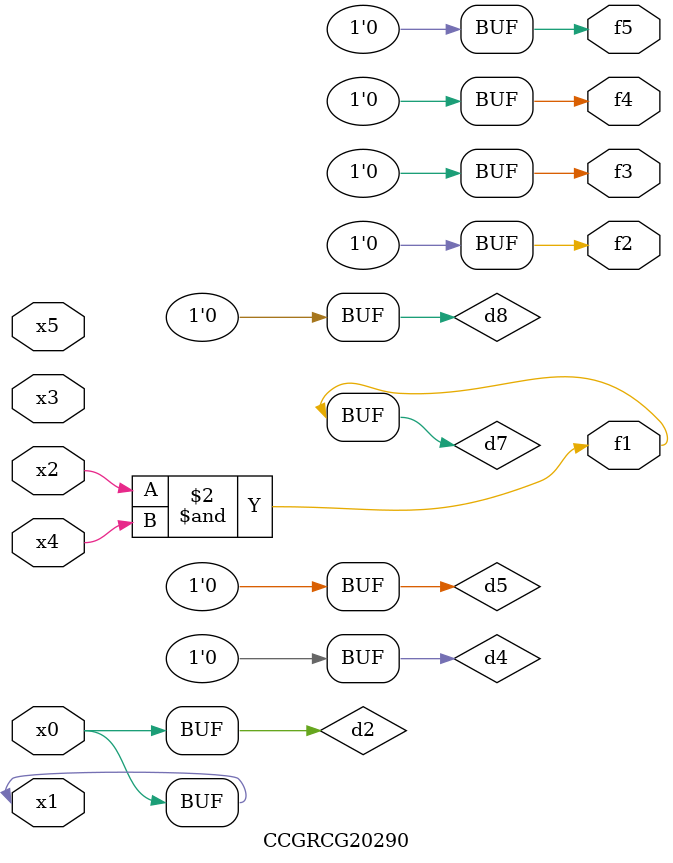
<source format=v>
module CCGRCG20290(
	input x0, x1, x2, x3, x4, x5,
	output f1, f2, f3, f4, f5
);

	wire d1, d2, d3, d4, d5, d6, d7, d8, d9;

	nand (d1, x1);
	buf (d2, x0, x1);
	nand (d3, x2, x4);
	and (d4, d1, d2);
	and (d5, d1, d2);
	nand (d6, d1, d3);
	not (d7, d3);
	xor (d8, d5);
	nor (d9, d5, d6);
	assign f1 = d7;
	assign f2 = d8;
	assign f3 = d8;
	assign f4 = d8;
	assign f5 = d8;
endmodule

</source>
